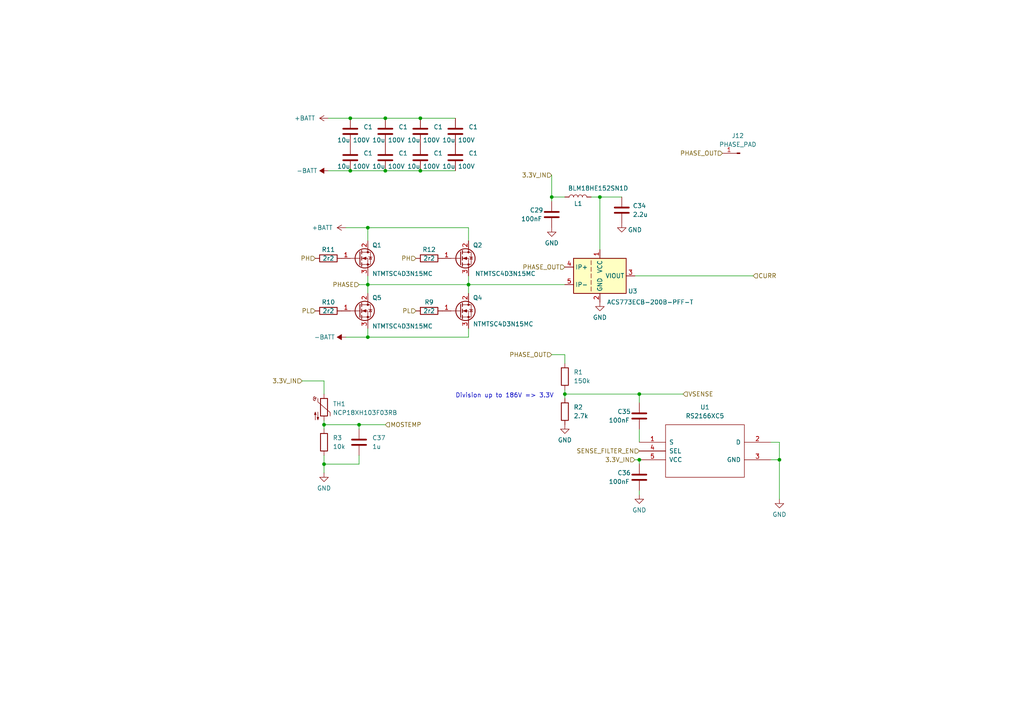
<source format=kicad_sch>
(kicad_sch (version 20230121) (generator eeschema)
  (paper "A4")
  (lib_symbols
    (symbol "Connector:Conn_01x01_Pin" (pin_names (offset 1.016) hide)
      (property "Reference" "J" (at 0 2.54 0))
      (property "Value" "Conn_01x01_Pin" (at 0 -2.54 0))
      (symbol "Conn_01x01_Pin_1_1"
        (polyline (pts (xy 1.27 0) (xy 0.8636 0)) (stroke (width 0.1524)))
        (rectangle (start 0.8636 0.127) (end 0 -0.127) (stroke (width 0.1524)) (fill (type outline)))
        (pin passive line (at 5.08 0 180) (length 3.81) (name "Pin_1") (number "1"))
      )
    )
    (symbol "Device:C" (pin_numbers hide) (pin_names (offset 0.254))
      (property "Reference" "C" (at 0.635 2.54 0))
      (property "Value" "C" (at 0.635 -2.54 0))
      (symbol "C_0_1"
        (polyline (pts (xy -2.032 -0.762) (xy 2.032 -0.762)) (stroke (width 0.508)))
        (polyline (pts (xy -2.032 0.762) (xy 2.032 0.762)) (stroke (width 0.508)))
      )
      (symbol "C_1_1"
        (pin passive line (at 0 3.81 270) (length 2.794) (name "~") (number "1"))
        (pin passive line (at 0 -3.81 90) (length 2.794) (name "~") (number "2"))
      )
    )
    (symbol "Device:L" (pin_numbers hide) (pin_names (offset 1.016) hide)
      (property "Reference" "L" (at -1.27 0 90))
      (property "Value" "L" (at 1.905 0 90))
      (symbol "L_0_1"
        (arc (start 0 -2.54) (mid 0.6323 -1.905) (end 0 -1.27))
        (arc (start 0 -1.27) (mid 0.6323 -0.635) (end 0 0))
        (arc (start 0 0) (mid 0.6323 0.635) (end 0 1.27))
        (arc (start 0 1.27) (mid 0.6323 1.905) (end 0 2.54))
      )
      (symbol "L_1_1"
        (pin passive line (at 0 3.81 270) (length 1.27) (name "1") (number "1"))
        (pin passive line (at 0 -3.81 90) (length 1.27) (name "2") (number "2"))
      )
    )
    (symbol "Device:R" (pin_numbers hide) (pin_names (offset 0))
      (property "Reference" "R" (at 2.032 0 90))
      (property "Value" "R" (at 0 0 90))
      (symbol "R_0_1"
        (rectangle (start -1.016 -2.54) (end 1.016 2.54) (stroke (width 0.254)))
      )
      (symbol "R_1_1"
        (pin passive line (at 0 3.81 270) (length 1.27) (name "~") (number "1"))
        (pin passive line (at 0 -3.81 90) (length 1.27) (name "~") (number "2"))
      )
    )
    (symbol "Device:Thermistor_NTC" (pin_numbers hide) (pin_names (offset 0))
      (property "Reference" "TH" (at -4.445 0 90))
      (property "Value" "Thermistor_NTC" (at 3.175 0 90))
      (symbol "Thermistor_NTC_0_1"
        (arc (start -3.048 2.159) (mid -3.0495 2.3143) (end -3.175 2.413))
        (arc (start -3.048 2.159) (mid -2.9736 1.9794) (end -2.794 1.905))
        (arc (start -3.048 2.794) (mid -2.9736 2.6144) (end -2.794 2.54))
        (arc (start -2.794 1.905) (mid -2.6144 1.9794) (end -2.54 2.159))
        (arc (start -2.794 2.54) (mid -2.4393 2.5587) (end -2.159 2.794))
        (arc (start -2.794 3.048) (mid -2.9736 2.9736) (end -3.048 2.794))
        (arc (start -2.54 2.794) (mid -2.6144 2.9736) (end -2.794 3.048))
        (rectangle (start -1.016 2.54) (end 1.016 -2.54) (stroke (width 0.254)))
        (polyline (pts (xy -2.54 2.159) (xy -2.54 2.794)))
        (polyline (pts (xy -1.778 2.54) (xy -1.778 1.524) (xy 1.778 -1.524) (xy 1.778 -2.54)))
        (polyline (pts (xy -2.54 -3.683) (xy -2.54 -1.397) (xy -2.794 -2.159) (xy -2.286 -2.159) (xy -2.54 -1.397) (xy -2.54 -1.651)) (fill (type outline)))
        (polyline (pts (xy -1.778 -1.397) (xy -1.778 -3.683) (xy -2.032 -2.921) (xy -1.524 -2.921) (xy -1.778 -3.683) (xy -1.778 -3.429)) (fill (type outline)))
      )
      (symbol "Thermistor_NTC_1_1"
        (pin passive line (at 0 3.81 270) (length 1.27) (name "~") (number "1"))
        (pin passive line (at 0 -3.81 90) (length 1.27) (name "~") (number "2"))
      )
    )
    (symbol "GigaESCSymbols:RS2166XC5" (pin_names (offset 1.016))
      (property "Reference" "U" (at 0 -8.89 0))
      (property "Value" "RS2166XC5" (at 0 10.16 0))
      (symbol "RS2166XC5_1_0"
        (rectangle (start -11.43 -7.62) (end 11.43 7.62))
      )
      (symbol "RS2166XC5_1_1"
        (pin input line (at -19.05 2.54 0) (length 7.62) (name "S") (number "1"))
        (pin input line (at 19.05 2.54 180) (length 7.62) (name "D") (number "2"))
        (pin input line (at 19.05 -2.54 180) (length 7.62) (name "GND") (number "3"))
        (pin input line (at -19.05 0 0) (length 7.62) (name "SEL") (number "4"))
        (pin input line (at -19.05 -2.54 0) (length 7.62) (name "VCC") (number "5"))
      )
    )
    (symbol "Sensor_Current:ACS770xCB-200B-PSF"
      (property "Reference" "U" (at -7.62 6.35 0))
      (property "Value" "ACS770xCB-200B-PSF" (at 2.54 6.35 0))
      (symbol "ACS770xCB-200B-PSF_0_1"
        (rectangle (start -7.62 5.08) (end 7.62 -5.08) (stroke (width 0.254)) (fill (type background)))
        (polyline (pts (xy -2.54 -3.175) (xy -2.54 -4.445)))
        (polyline (pts (xy -2.54 -1.27) (xy -2.54 -2.54)))
        (polyline (pts (xy -2.54 0.635) (xy -2.54 -0.635)))
        (polyline (pts (xy -2.54 1.27) (xy -2.54 2.54)))
        (polyline (pts (xy -2.54 3.175) (xy -2.54 4.445)))
      )
      (symbol "ACS770xCB-200B-PSF_1_1"
        (pin power_in line (at 0 7.62 270) (length 2.54) (name "VCC") (number "1"))
        (pin power_in line (at 0 -7.62 90) (length 2.54) (name "GND") (number "2"))
        (pin output line (at 10.16 0 180) (length 2.54) (name "VIOUT") (number "3"))
        (pin passive line (at -10.16 2.54 0) (length 2.54) (name "IP+") (number "4"))
        (pin passive line (at -10.16 -2.54 0) (length 2.54) (name "IP-") (number "5"))
      )
    )
    (symbol "Transistor_FET:BSP89" (pin_names hide)
      (property "Reference" "Q" (at 5.08 1.905 0))
      (property "Value" "BSP89" (at 5.08 0 0))
      (symbol "BSP89_0_1"
        (polyline (pts (xy 0.254 0) (xy -2.54 0)))
        (polyline (pts (xy 0.254 1.905) (xy 0.254 -1.905)) (stroke (width 0.254)))
        (polyline (pts (xy 0.762 -1.27) (xy 0.762 -2.286)) (stroke (width 0.254)))
        (polyline (pts (xy 0.762 0.508) (xy 0.762 -0.508)) (stroke (width 0.254)))
        (polyline (pts (xy 0.762 2.286) (xy 0.762 1.27)) (stroke (width 0.254)))
        (polyline (pts (xy 2.54 2.54) (xy 2.54 1.778)))
        (polyline (pts (xy 2.54 -2.54) (xy 2.54 0) (xy 0.762 0)))
        (polyline (pts (xy 0.762 -1.778) (xy 3.302 -1.778) (xy 3.302 1.778) (xy 0.762 1.778)))
        (polyline (pts (xy 1.016 0) (xy 2.032 0.381) (xy 2.032 -0.381) (xy 1.016 0)) (fill (type outline)))
        (polyline (pts (xy 2.794 0.508) (xy 2.921 0.381) (xy 3.683 0.381) (xy 3.81 0.254)))
        (polyline (pts (xy 3.302 0.381) (xy 2.921 -0.254) (xy 3.683 -0.254) (xy 3.302 0.381)))
        (circle (center 1.651 0) (radius 2.794) (stroke (width 0.254)))
        (circle (center 2.54 -1.778) (radius 0.254) (fill (type outline)))
        (circle (center 2.54 1.778) (radius 0.254) (fill (type outline)))
      )
      (symbol "BSP89_1_1"
        (pin input line (at -5.08 0 0) (length 2.54) (name "G") (number "1"))
        (pin passive line (at 2.54 5.08 270) (length 2.54) (name "D") (number "2"))
        (pin passive line (at 2.54 -5.08 90) (length 2.54) (name "S") (number "3"))
      )
    )
    (symbol "power:+BATT" (power) (pin_names (offset 0))
      (property "Value" "+BATT" (at 0 3.556 0))
      (symbol "+BATT_0_1"
        (polyline (pts (xy -0.762 1.27) (xy 0 2.54)))
        (polyline (pts (xy 0 0) (xy 0 2.54)))
        (polyline (pts (xy 0 2.54) (xy 0.762 1.27)))
      )
      (symbol "+BATT_1_1"
        (pin power_in line (at 0 0 90) (length 0) hide (name "+BATT") (number "1"))
      )
    )
    (symbol "power:-BATT" (power) (pin_names (offset 0))
      (property "Value" "-BATT" (at 0 3.556 0))
      (symbol "-BATT_0_1"
        (polyline (pts (xy 0 0) (xy 0 2.54)))
        (polyline (pts (xy 0.762 1.27) (xy -0.762 1.27) (xy 0 2.54) (xy 0.762 1.27)) (fill (type outline)))
      )
      (symbol "-BATT_1_1"
        (pin power_in line (at 0 0 90) (length 0) hide (name "-BATT") (number "1"))
      )
    )
    (symbol "power:GND" (power) (pin_names (offset 0))
      (property "Value" "GND" (at 0 -3.81 0))
      (symbol "GND_0_1"
        (polyline (pts (xy 0 0) (xy 0 -1.27) (xy 1.27 -1.27) (xy 0 -2.54) (xy -1.27 -1.27) (xy 0 -1.27)))
      )
      (symbol "GND_1_1"
        (pin power_in line (at 0 0 270) (length 0) hide (name "GND") (number "1"))
      )
    )
  )
  (junction (at 101.6 34.29))
  (junction (at 173.99 57.15))
  (junction (at 135.89 82.55))
  (junction (at 93.98 134.62))
  (junction (at 111.76 49.53))
  (junction (at 106.68 82.55))
  (junction (at 185.42 114.3))
  (junction (at 101.6 49.53))
  (junction (at 160.02 57.15))
  (junction (at 163.83 114.3))
  (junction (at 106.68 66.04))
  (junction (at 111.76 34.29))
  (junction (at 104.14 123.19))
  (junction (at 226.06 133.35))
  (junction (at 121.92 34.29))
  (junction (at 121.92 49.53))
  (junction (at 106.68 97.79))
  (junction (at 185.42 133.35))
  (junction (at 93.98 123.19))
  (wire (pts (xy 173.99 57.15) (xy 180.34 57.15)))
  (wire (pts (xy 121.92 49.53) (xy 132.08 49.53)))
  (wire (pts (xy 106.68 82.55) (xy 106.68 85.09)))
  (wire (pts (xy 106.68 66.04) (xy 135.89 66.04)))
  (wire (pts (xy 160.02 50.8) (xy 160.02 57.15)))
  (wire (pts (xy 101.6 34.29) (xy 111.76 34.29)))
  (wire (pts (xy 106.68 82.55) (xy 135.89 82.55)))
  (wire (pts (xy 106.68 95.25) (xy 106.68 97.79)))
  (wire (pts (xy 163.83 115.57) (xy 163.83 114.3)))
  (wire (pts (xy 106.68 66.04) (xy 106.68 69.85)))
  (wire (pts (xy 163.83 57.15) (xy 160.02 57.15)))
  (wire (pts (xy 104.14 123.19) (xy 111.76 123.19)))
  (wire (pts (xy 135.89 80.01) (xy 135.89 82.55)))
  (wire (pts (xy 95.25 34.29) (xy 101.6 34.29)))
  (wire (pts (xy 135.89 95.25) (xy 135.89 97.79)))
  (wire (pts (xy 101.6 49.53) (xy 111.76 49.53)))
  (wire (pts (xy 226.06 133.35) (xy 226.06 128.27)))
  (wire (pts (xy 106.68 80.01) (xy 106.68 82.55)))
  (wire (pts (xy 185.42 133.35) (xy 185.42 134.62)))
  (wire (pts (xy 163.83 113.03) (xy 163.83 114.3)))
  (wire (pts (xy 184.15 133.35) (xy 185.42 133.35)))
  (wire (pts (xy 185.42 124.46) (xy 185.42 128.27)))
  (wire (pts (xy 185.42 114.3) (xy 198.12 114.3)))
  (wire (pts (xy 100.33 97.79) (xy 106.68 97.79)))
  (wire (pts (xy 135.89 82.55) (xy 163.83 82.55)))
  (wire (pts (xy 173.99 57.15) (xy 171.45 57.15)))
  (wire (pts (xy 104.14 82.55) (xy 106.68 82.55)))
  (wire (pts (xy 100.33 66.04) (xy 106.68 66.04)))
  (wire (pts (xy 95.25 49.53) (xy 101.6 49.53)))
  (wire (pts (xy 160.02 102.87) (xy 163.83 102.87)))
  (wire (pts (xy 93.98 123.19) (xy 104.14 123.19)))
  (wire (pts (xy 226.06 128.27) (xy 223.52 128.27)))
  (wire (pts (xy 111.76 49.53) (xy 121.92 49.53)))
  (wire (pts (xy 93.98 121.92) (xy 93.98 123.19)))
  (wire (pts (xy 226.06 133.35) (xy 226.06 144.78)))
  (wire (pts (xy 93.98 123.19) (xy 93.98 124.46)))
  (wire (pts (xy 121.92 34.29) (xy 132.08 34.29)))
  (wire (pts (xy 160.02 58.42) (xy 160.02 57.15)))
  (wire (pts (xy 163.83 102.87) (xy 163.83 105.41)))
  (wire (pts (xy 135.89 82.55) (xy 135.89 85.09)))
  (wire (pts (xy 87.63 110.49) (xy 93.98 110.49)))
  (wire (pts (xy 93.98 132.08) (xy 93.98 134.62)))
  (wire (pts (xy 104.14 124.46) (xy 104.14 123.19)))
  (wire (pts (xy 104.14 132.08) (xy 104.14 134.62)))
  (wire (pts (xy 173.99 57.15) (xy 173.99 72.39)))
  (wire (pts (xy 185.42 116.84) (xy 185.42 114.3)))
  (wire (pts (xy 223.52 133.35) (xy 226.06 133.35)))
  (wire (pts (xy 184.15 80.01) (xy 218.44 80.01)))
  (wire (pts (xy 111.76 34.29) (xy 121.92 34.29)))
  (wire (pts (xy 163.83 114.3) (xy 185.42 114.3)))
  (wire (pts (xy 135.89 97.79) (xy 106.68 97.79)))
  (wire (pts (xy 93.98 134.62) (xy 93.98 137.16)))
  (wire (pts (xy 93.98 110.49) (xy 93.98 114.3)))
  (wire (pts (xy 135.89 66.04) (xy 135.89 69.85)))
  (wire (pts (xy 104.14 134.62) (xy 93.98 134.62)))
  (wire (pts (xy 185.42 142.24) (xy 185.42 143.51)))
  (text "Division up to 186V => 3.3V" (at 132.08 115.57 0) (effects (font (size 1.27 1.27)) (justify left bottom)))
  (hierarchical_label "PHASE_OUT" (shape input) (at 163.83 77.47 180))
  (hierarchical_label "PH" (shape input) (at 120.65 74.93 180))
  (hierarchical_label "PHASE_OUT" (shape input) (at 209.55 44.45 180))
  (hierarchical_label "3.3V_IN" (shape input) (at 160.02 50.8 180))
  (hierarchical_label "3.3V_IN" (shape input) (at 184.15 133.35 180))
  (hierarchical_label "PHASE" (shape input) (at 104.14 82.55 180))
  (hierarchical_label "VSENSE" (shape input) (at 198.12 114.3 0))
  (hierarchical_label "SENSE_FILTER_EN" (shape input) (at 185.42 130.81 180))
  (hierarchical_label "PHASE_OUT" (shape input) (at 160.02 102.87 180))
  (hierarchical_label "CURR" (shape input) (at 218.44 80.01 0))
  (hierarchical_label "PH" (shape input) (at 91.44 74.93 180))
  (hierarchical_label "3.3V_IN" (shape input) (at 87.63 110.49 180))
  (hierarchical_label "PL" (shape input) (at 120.65 90.17 180))
  (hierarchical_label "MOSTEMP" (shape input) (at 111.76 123.19 0))
  (hierarchical_label "PL" (shape input) (at 91.44 90.17 180))
  (symbol (lib_id "power:+BATT") (at 95.25 34.29 90) (unit 1)
    (property "Reference" "#PWR07" (effects hide))
    (property "Value" "+BATT" (at 91.44 34.29 90) (effects (justify left)))
    (instances (project "NTMTSC4D3N15MC" (path "" (reference "#PWR07") (unit 1)) (path "" (reference "#PWR013") (unit 1)) (path "" (reference "#PWR015") (unit 1)) (path "" (reference "#PWR030") (unit 1))))
  )
  (symbol (lib_id "Transistor_FET:BSP89") (at 104.14 90.17 0) (unit 1)
    (property "Reference" "Q5" (at 107.95 86.36 0) (effects (justify left)))
    (property "Value" "NTMTSC4D3N15MC" (at 107.95 94.615 0) (effects (justify left)))
    (property "Footprint" "Package_TO_SOT_SMD:PQFN_8x8" (effects hide))
    (property "Datasheet" "https://www.infineon.com/dgdl/Infineon-BSP89-DS-v02_02-en.pdf?fileId=db3a30433b47825b013b4b8a07f90d55" (effects hide))
    (instances (project "NTMTSC4D3N15MC" (path "" (reference "Q5") (unit 1)) (path "" (reference "Q2") (unit 1)) (path "" (reference "Q6") (unit 1)) (path "" (reference "Q10") (unit 1))))
  )
  (symbol (lib_id "Transistor_FET:BSP89") (at 133.35 74.93 0) (unit 1)
    (property "Reference" "Q2" (at 137.16 71.12 0) (effects (justify left)))
    (property "Value" "NTMTSC4D3N15MC" (at 137.795 79.375 0) (effects (justify left)))
    (property "Footprint" "Package_TO_SOT_SMD:PQFN_8x8" (effects hide))
    (property "Datasheet" "https://www.infineon.com/dgdl/Infineon-BSP89-DS-v02_02-en.pdf?fileId=db3a30433b47825b013b4b8a07f90d55" (effects hide))
    (instances (project "NTMTSC4D3N15MC" (path "" (reference "Q2") (unit 1)) (path "" (reference "Q3") (unit 1)) (path "" (reference "Q7") (unit 1)) (path "" (reference "Q11") (unit 1))))
  )
  (symbol (lib_id "Device:R") (at 163.83 109.22 0) (unit 1)
    (property "Reference" "R1" (at 166.37 107.95 0) (effects (justify left)))
    (property "Value" "150k" (at 166.37 110.49 0) (effects (justify left)))
    (property "Footprint" "Resistor_SMD:R_0805_2012Metric" (effects hide))
    (property "MPN" "C17470" (effects hide))
    (instances (project "NTMTSC4D3N15MC" (path "" (reference "R1") (unit 1)) (path "" (reference "R13") (unit 1)) (path "" (reference "R20") (unit 1))))
  )
  (symbol (lib_id "Transistor_FET:BSP89") (at 104.14 74.93 0) (unit 1)
    (property "Reference" "Q1" (at 107.95 71.12 0) (effects (justify left)))
    (property "Value" "NTMTSC4D3N15MC" (at 107.95 79.375 0) (effects (justify left)))
    (property "Footprint" "Package_TO_SOT_SMD:PQFN_8x8" (effects hide))
    (property "Datasheet" "https://www.infineon.com/dgdl/Infineon-BSP89-DS-v02_02-en.pdf?fileId=db3a30433b47825b013b4b8a07f90d55" (effects hide))
    (instances (project "NTMTSC4D3N15MC" (path "" (reference "Q1") (unit 1)) (path "" (reference "Q1") (unit 1)) (path "" (reference "Q5") (unit 1)) (path "" (reference "Q9") (unit 1))))
  )
  (symbol (lib_id "power:GND") (at 93.98 137.16 0) (unit 1)
    (property "Reference" "#PWR032" (effects hide))
    (property "Value" "GND" (at 93.98 141.605 0))
    (instances (project "NTMTSC4D3N15MC" (path "" (reference "#PWR032") (unit 1)) (path "" (reference "#PWR025") (unit 1)) (path "" (reference "#PWR038") (unit 1)) (path "" (reference "#PWR050") (unit 1))))
  )
  (symbol (lib_id "power:GND") (at 180.34 64.77 0) (unit 1)
    (property "Reference" "#PWR032" (effects hide))
    (property "Value" "GND" (at 184.15 66.675 0))
    (instances (project "NTMTSC4D3N15MC" (path "" (reference "#PWR032") (unit 1)) (path "" (reference "#PWR035") (unit 1)) (path "" (reference "#PWR045") (unit 1)) (path "" (reference "#PWR057") (unit 1))))
  )
  (symbol (lib_id "Device:Thermistor_NTC") (at 93.98 118.11 0) (unit 1)
    (property "Reference" "TH1" (at 96.52 117.1575 0) (effects (justify left)))
    (property "Value" "NCP18XH103F03RB" (at 96.52 119.6975 0) (effects (justify left)))
    (property "Footprint" "Resistor_SMD:R_0603_1608Metric" (effects hide))
    (property "MPN" "C13564" (effects hide))
    (instances (project "NTMTSC4D3N15MC" (path "" (reference "TH1") (unit 1)) (path "" (reference "TH2") (unit 1)) (path "" (reference "TH3") (unit 1))))
  )
  (symbol (lib_id "Device:C") (at 185.42 120.65 0) (unit 1)
    (property "Reference" "C35" (at 179.07 119.38 0) (effects (justify left)))
    (property "Value" "100nF" (at 176.53 121.92 0) (effects (justify left)))
    (property "Footprint" "Capacitor_SMD:C_0805_2012Metric" (effects hide))
    (property "MPN" "C28233" (effects hide))
    (instances (project "NTMTSC4D3N15MC" (path "" (reference "C35") (unit 1)) (path "" (reference "C41") (unit 1)) (path "" (reference "C46") (unit 1))))
  )
  (symbol (lib_id "Device:R") (at 124.46 74.93 90) (unit 1)
    (property "Reference" "R12" (at 124.46 72.39 90))
    (property "Value" "2r2" (at 124.46 74.93 90))
    (property "Footprint" "Resistor_SMD:R_0805_2012Metric" (effects hide))
    (property "MPN" "C17521" (effects hide))
    (instances (project "NTMTSC4D3N15MC" (path "" (reference "R12") (unit 1)) (path "" (reference "R11") (unit 1)) (path "" (reference "R7") (unit 1)) (path "" (reference "R18") (unit 1))))
  )
  (symbol (lib_id "Device:R") (at 95.25 74.93 90) (unit 1)
    (property "Reference" "R11" (at 95.25 72.39 90))
    (property "Value" "2r2" (at 95.25 74.93 90))
    (property "Footprint" "Resistor_SMD:R_0805_2012Metric" (effects hide))
    (property "MPN" "C17521" (effects hide))
    (instances (project "NTMTSC4D3N15MC" (path "" (reference "R11") (unit 1)) (path "" (reference "R9") (unit 1)) (path "" (reference "R5") (unit 1)) (path "" (reference "R16") (unit 1))))
  )
  (symbol (lib_id "Device:C") (at 111.76 45.72 0) (unit 1)
    (property "Reference" "C1" (at 115.57 44.45 0) (effects (justify left)))
    (property "Value" "10u 100V" (at 107.95 48.26 0) (effects (justify left)))
    (property "Footprint" "Capacitor_SMD:C_1210_3225Metric" (effects hide))
    (instances (project "NTMTSC4D3N15MC" (path "" (reference "C1") (unit 1)) (path "" (reference "C4") (unit 1)) (path "" (reference "C12") (unit 1)) (path "" (reference "C20") (unit 1))))
  )
  (symbol (lib_id "Device:C") (at 132.08 45.72 0) (unit 1)
    (property "Reference" "C1" (at 135.89 44.45 0) (effects (justify left)))
    (property "Value" "10u 100V" (at 128.27 48.26 0) (effects (justify left)))
    (property "Footprint" "Capacitor_SMD:C_1210_3225Metric" (effects hide))
    (instances (project "NTMTSC4D3N15MC" (path "" (reference "C1") (unit 1)) (path "" (reference "C8") (unit 1)) (path "" (reference "C16") (unit 1)) (path "" (reference "C24") (unit 1))))
  )
  (symbol (lib_id "Device:R") (at 93.98 128.27 0) (unit 1)
    (property "Reference" "R3" (at 96.52 127 0) (effects (justify left)))
    (property "Value" "10k" (at 96.52 129.54 0) (effects (justify left)))
    (property "Footprint" "Resistor_SMD:R_0805_2012Metric" (effects hide))
    (property "MPN" "C17414" (effects hide))
    (instances (project "NTMTSC4D3N15MC" (path "" (reference "R3") (unit 1)) (path "" (reference "R4") (unit 1)) (path "" (reference "R15") (unit 1))))
  )
  (symbol (lib_id "Device:C") (at 104.14 128.27 0) (unit 1)
    (property "Reference" "C37" (at 107.95 127 0) (effects (justify left)))
    (property "Value" "1u" (at 107.95 129.54 0) (effects (justify left)))
    (property "Footprint" "Capacitor_SMD:C_0805_2012Metric" (effects hide))
    (property "MPN" "C28323" (effects hide))
    (instances (project "NTMTSC4D3N15MC" (path "" (reference "C37") (unit 1)) (path "" (reference "C38") (unit 1)) (path "" (reference "C43") (unit 1))))
  )
  (symbol (lib_id "power:-BATT") (at 100.33 97.79 90) (unit 1)
    (property "Reference" "#PWR010" (effects hide))
    (property "Value" "-BATT" (at 97.155 97.79 90) (effects (justify left)))
    (instances (project "NTMTSC4D3N15MC" (path "" (reference "#PWR010") (unit 1)) (path "" (reference "#PWR010") (unit 1)) (path "" (reference "#PWR040") (unit 1)) (path "" (reference "#PWR052") (unit 1))))
  )
  (symbol (lib_id "Device:R") (at 95.25 90.17 90) (unit 1)
    (property "Reference" "R10" (at 95.25 87.63 90))
    (property "Value" "2r2" (at 95.25 90.17 90))
    (property "Footprint" "Resistor_SMD:R_0805_2012Metric" (effects hide))
    (property "MPN" "C17521" (effects hide))
    (instances (project "NTMTSC4D3N15MC" (path "" (reference "R10") (unit 1)) (path "" (reference "R10") (unit 1)) (path "" (reference "R6") (unit 1)) (path "" (reference "R17") (unit 1))))
  )
  (symbol (lib_id "Device:L") (at 167.64 57.15 90) (unit 1)
    (property "Reference" "L1" (at 168.91 59.055 90) (effects (justify left)))
    (property "Value" "BLM18HE152SN1D" (at 182.245 54.61 90) (effects (justify left)))
    (property "Footprint" "Inductor_SMD:L_0603_1608Metric" (effects hide))
    (property "MPN" "C82155" (effects hide))
    (instances (project "NTMTSC4D3N15MC" (path "" (reference "L1") (unit 1)) (path "" (reference "L2") (unit 1)) (path "" (reference "L3") (unit 1))))
  )
  (symbol (lib_id "Device:R") (at 124.46 90.17 90) (unit 1)
    (property "Reference" "R9" (at 124.46 87.63 90))
    (property "Value" "2r2" (at 124.46 90.17 90))
    (property "Footprint" "Resistor_SMD:R_0805_2012Metric" (effects hide))
    (property "MPN" "C17521" (effects hide))
    (instances (project "NTMTSC4D3N15MC" (path "" (reference "R9") (unit 1)) (path "" (reference "R12") (unit 1)) (path "" (reference "R8") (unit 1)) (path "" (reference "R19") (unit 1))))
  )
  (symbol (lib_id "GigaESCSymbols:RS2166XC5") (at 204.47 130.81 0) (unit 1)
    (property "Reference" "U1" (at 204.47 118.11 0))
    (property "Value" "RS2166XC5" (at 204.47 120.65 0))
    (property "Footprint" "Package_TO_SOT_SMD:SOT-353_SC-70-5" (effects hide))
    (property "Datasheet" "DOCUMENTATION" (effects hide))
    (property "MPN" "C2762292" (effects hide))
    (instances (project "NTMTSC4D3N15MC" (path "" (reference "U1") (unit 1)) (path "" (reference "U5") (unit 1)) (path "" (reference "U7") (unit 1))))
  )
  (symbol (lib_id "Device:C") (at 121.92 45.72 0) (unit 1)
    (property "Reference" "C1" (at 125.73 44.45 0) (effects (justify left)))
    (property "Value" "10u 100V" (at 118.11 48.26 0) (effects (justify left)))
    (property "Footprint" "Capacitor_SMD:C_1210_3225Metric" (effects hide))
    (instances (project "NTMTSC4D3N15MC" (path "" (reference "C1") (unit 1)) (path "" (reference "C6") (unit 1)) (path "" (reference "C14") (unit 1)) (path "" (reference "C22") (unit 1))))
  )
  (symbol (lib_id "Sensor_Current:ACS770xCB-200B-PSF") (at 173.99 80.01 0) (unit 1)
    (property "Reference" "U3" (at 183.515 84.455 0))
    (property "Value" "ACS773ECB-200B-PFF-T" (at 188.595 87.63 0))
    (property "Footprint" "GigaVescLibs:Allegro_CB_SMD" (effects hide))
    (property "Datasheet" "http://www.allegromicro.com/~/media/Files/Datasheets/ACS758-Datasheet.ashx?la=en" (effects hide))
    (instances (project "NTMTSC4D3N15MC" (path "" (reference "U3") (unit 1)) (path "" (reference "U3") (unit 1)) (path "" (reference "U2") (unit 1)) (path "" (reference "U6") (unit 1))))
  )
  (symbol (lib_id "power:-BATT") (at 95.25 49.53 90) (unit 1)
    (property "Reference" "#PWR010" (effects hide))
    (property "Value" "-BATT" (at 92.075 49.53 90) (effects (justify left)))
    (instances (project "NTMTSC4D3N15MC" (path "" (reference "#PWR010") (unit 1)) (path "" (reference "#PWR014") (unit 1)) (path "" (reference "#PWR016") (unit 1)) (path "" (reference "#PWR031") (unit 1))))
  )
  (symbol (lib_id "Device:C") (at 121.92 38.1 0) (unit 1)
    (property "Reference" "C1" (at 125.73 36.83 0) (effects (justify left)))
    (property "Value" "10u 100V" (at 118.11 40.64 0) (effects (justify left)))
    (property "Footprint" "Capacitor_SMD:C_1210_3225Metric" (effects hide))
    (instances (project "NTMTSC4D3N15MC" (path "" (reference "C1") (unit 1)) (path "" (reference "C5") (unit 1)) (path "" (reference "C13") (unit 1)) (path "" (reference "C21") (unit 1))))
  )
  (symbol (lib_id "Device:C") (at 111.76 38.1 0) (unit 1)
    (property "Reference" "C1" (at 115.57 36.83 0) (effects (justify left)))
    (property "Value" "10u 100V" (at 107.95 40.64 0) (effects (justify left)))
    (property "Footprint" "Capacitor_SMD:C_1210_3225Metric" (effects hide))
    (instances (project "NTMTSC4D3N15MC" (path "" (reference "C1") (unit 1)) (path "" (reference "C3") (unit 1)) (path "" (reference "C11") (unit 1)) (path "" (reference "C19") (unit 1))))
  )
  (symbol (lib_id "power:GND") (at 226.06 144.78 0) (unit 1)
    (property "Reference" "#PWR032" (effects hide))
    (property "Value" "GND" (at 226.06 149.225 0))
    (instances (project "NTMTSC4D3N15MC" (path "" (reference "#PWR032") (unit 1)) (path "" (reference "#PWR012") (unit 1)) (path "" (reference "#PWR048") (unit 1)) (path "" (reference "#PWR060") (unit 1))))
  )
  (symbol (lib_id "Device:C") (at 101.6 38.1 0) (unit 1)
    (property "Reference" "C1" (at 105.41 36.83 0) (effects (justify left)))
    (property "Value" "10u 100V" (at 97.79 40.64 0) (effects (justify left)))
    (property "Footprint" "Capacitor_SMD:C_1210_3225Metric" (effects hide))
    (property "MPN" "C5156756" (effects hide))
    (instances (project "NTMTSC4D3N15MC" (path "" (reference "C1") (unit 1)) (path "" (reference "C1") (unit 1)) (path "" (reference "C9") (unit 1)) (path "" (reference "C17") (unit 1))))
  )
  (symbol (lib_id "Transistor_FET:BSP89") (at 133.35 90.17 0) (unit 1)
    (property "Reference" "Q4" (at 137.16 86.36 0) (effects (justify left)))
    (property "Value" "NTMTSC4D3N15MC" (at 137.16 93.98 0) (effects (justify left)))
    (property "Footprint" "Package_TO_SOT_SMD:PQFN_8x8" (effects hide))
    (property "Datasheet" "https://www.infineon.com/dgdl/Infineon-BSP89-DS-v02_02-en.pdf?fileId=db3a30433b47825b013b4b8a07f90d55" (effects hide))
    (instances (project "NTMTSC4D3N15MC" (path "" (reference "Q4") (unit 1)) (path "" (reference "Q4") (unit 1)) (path "" (reference "Q8") (unit 1)) (path "" (reference "Q12") (unit 1))))
  )
  (symbol (lib_id "Device:C") (at 180.34 60.96 0) (unit 1)
    (property "Reference" "C34" (at 183.515 59.69 0) (effects (justify left)))
    (property "Value" "2.2u" (at 183.515 62.23 0) (effects (justify left)))
    (property "Footprint" "Capacitor_SMD:C_0805_2012Metric" (effects hide))
    (property "MPN" "C49217" (effects hide))
    (instances (project "NTMTSC4D3N15MC" (path "" (reference "C34") (unit 1)) (path "" (reference "C40") (unit 1)) (path "" (reference "C45") (unit 1))))
  )
  (symbol (lib_id "Device:C") (at 160.02 62.23 0) (unit 1)
    (property "Reference" "C29" (at 153.67 60.96 0) (effects (justify left)))
    (property "Value" "100nF" (at 151.13 63.5 0) (effects (justify left)))
    (property "Footprint" "Capacitor_SMD:C_0805_2012Metric" (effects hide))
    (property "MPN" "C28233" (effects hide))
    (instances (project "NTMTSC4D3N15MC" (path "" (reference "C29") (unit 1)) (path "" (reference "C39") (unit 1)) (path "" (reference "C44") (unit 1))))
  )
  (symbol (lib_id "Connector:Conn_01x01_Pin") (at 214.63 44.45 180) (unit 1)
    (property "Reference" "J12" (at 213.995 39.37 0))
    (property "Value" "PHASE_PAD" (at 213.995 41.91 0))
    (property "Footprint" "Connector_Wire:SolderWirePad_1x01_SMD_5x10mm" (effects hide))
    (instances (project "NTMTSC4D3N15MC" (path "" (reference "J12") (unit 1)) (path "" (reference "J15") (unit 1)) (path "" (reference "J16") (unit 1)) (path "" (reference "J17") (unit 1))))
  )
  (symbol (lib_id "Device:R") (at 163.83 119.38 0) (unit 1)
    (property "Reference" "R2" (at 166.37 118.11 0) (effects (justify left)))
    (property "Value" "2.7k" (at 166.37 120.65 0) (effects (justify left)))
    (property "Footprint" "Resistor_SMD:R_0805_2012Metric" (effects hide))
    (property "MPN" "C17530" (effects hide))
    (instances (project "NTMTSC4D3N15MC" (path "" (reference "R2") (unit 1)) (path "" (reference "R14") (unit 1)) (path "" (reference "R21") (unit 1))))
  )
  (symbol (lib_id "power:GND") (at 160.02 66.04 0) (unit 1)
    (property "Reference" "#PWR032" (effects hide))
    (property "Value" "GND" (at 160.02 70.485 0))
    (instances (project "NTMTSC4D3N15MC" (path "" (reference "#PWR032") (unit 1)) (path "" (reference "#PWR036") (unit 1)) (path "" (reference "#PWR042") (unit 1)) (path "" (reference "#PWR054") (unit 1))))
  )
  (symbol (lib_id "Device:C") (at 101.6 45.72 0) (unit 1)
    (property "Reference" "C1" (at 105.41 44.45 0) (effects (justify left)))
    (property "Value" "10u 100V" (at 97.79 48.26 0) (effects (justify left)))
    (property "Footprint" "Capacitor_SMD:C_1210_3225Metric" (effects hide))
    (instances (project "NTMTSC4D3N15MC" (path "" (reference "C1") (unit 1)) (path "" (reference "C2") (unit 1)) (path "" (reference "C10") (unit 1)) (path "" (reference "C18") (unit 1))))
  )
  (symbol (lib_id "Device:C") (at 132.08 38.1 0) (unit 1)
    (property "Reference" "C1" (at 135.89 36.83 0) (effects (justify left)))
    (property "Value" "10u 100V" (at 128.27 40.64 0) (effects (justify left)))
    (property "Footprint" "Capacitor_SMD:C_1210_3225Metric" (effects hide))
    (instances (project "NTMTSC4D3N15MC" (path "" (reference "C1") (unit 1)) (path "" (reference "C7") (unit 1)) (path "" (reference "C15") (unit 1)) (path "" (reference "C23") (unit 1))))
  )
  (symbol (lib_id "Device:C") (at 185.42 138.43 0) (unit 1)
    (property "Reference" "C36" (at 179.07 137.16 0) (effects (justify left)))
    (property "Value" "100nF" (at 176.53 139.7 0) (effects (justify left)))
    (property "Footprint" "Capacitor_SMD:C_0805_2012Metric" (effects hide))
    (property "MPN" "C28233" (effects hide))
    (instances (project "NTMTSC4D3N15MC" (path "" (reference "C36") (unit 1)) (path "" (reference "C42") (unit 1)) (path "" (reference "C47") (unit 1))))
  )
  (symbol (lib_id "power:GND") (at 163.83 123.19 0) (unit 1)
    (property "Reference" "#PWR032" (effects hide))
    (property "Value" "GND" (at 163.83 127.635 0))
    (instances (project "NTMTSC4D3N15MC" (path "" (reference "#PWR032") (unit 1)) (path "" (reference "#PWR08") (unit 1)) (path "" (reference "#PWR043") (unit 1)) (path "" (reference "#PWR055") (unit 1))))
  )
  (symbol (lib_id "power:+BATT") (at 100.33 66.04 90) (unit 1)
    (property "Reference" "#PWR07" (effects hide))
    (property "Value" "+BATT" (at 96.52 66.04 90) (effects (justify left)))
    (instances (project "NTMTSC4D3N15MC" (path "" (reference "#PWR07") (unit 1)) (path "" (reference "#PWR07") (unit 1)) (path "" (reference "#PWR039") (unit 1)) (path "" (reference "#PWR051") (unit 1))))
  )
  (symbol (lib_id "power:GND") (at 185.42 143.51 0) (unit 1)
    (property "Reference" "#PWR032" (effects hide))
    (property "Value" "GND" (at 185.42 147.955 0))
    (instances (project "NTMTSC4D3N15MC" (path "" (reference "#PWR032") (unit 1)) (path "" (reference "#PWR011") (unit 1)) (path "" (reference "#PWR047") (unit 1)) (path "" (reference "#PWR059") (unit 1))))
  )
  (symbol (lib_id "power:GND") (at 173.99 87.63 0) (unit 1)
    (property "Reference" "#PWR032" (effects hide))
    (property "Value" "GND" (at 173.99 92.075 0))
    (instances (project "NTMTSC4D3N15MC" (path "" (reference "#PWR032") (unit 1)) (path "" (reference "#PWR033") (unit 1)) (path "" (reference "#PWR044") (unit 1)) (path "" (reference "#PWR056") (unit 1))))
  )
)
</source>
